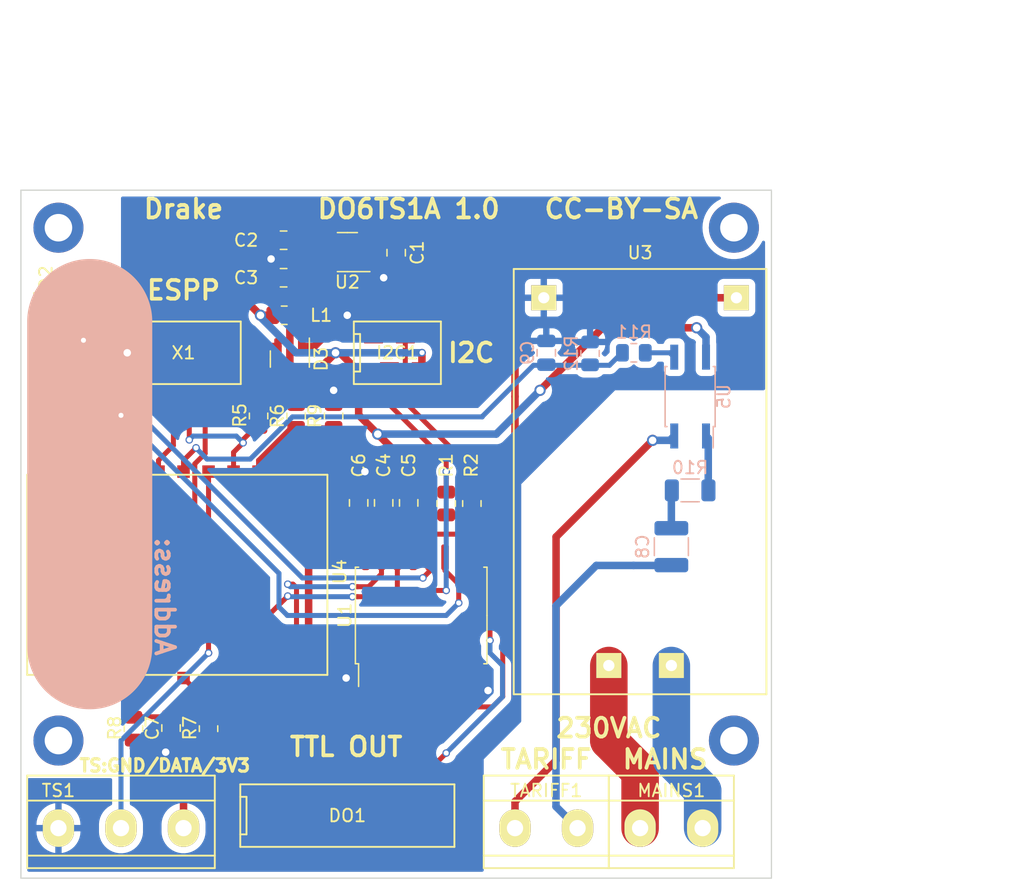
<source format=kicad_pcb>
(kicad_pcb (version 20211014) (generator pcbnew)
  (layers (0 "F.Cu" signal) (31 "B.Cu" signal) (34 "B.Paste" user) (35 "F.Paste" user) (36 "B.SilkS" user "B.Silkscreen") (37 "F.SilkS" user "F.Silkscreen") (38 "B.Mask" user) (39 "F.Mask" user) (44 "Edge.Cuts" user))
  (net 0 "")
  (net 1 "/5V")
  (net 2 "GND")
  (net 3 "Net-(C2-Pad1)")
  (net 4 "Net-(C3-Pad1)")
  (net 5 "VCC")
  (net 6 "/ESP/RESET")
  (net 7 "Net-(D2-Pad1)")
  (net 8 "Net-(DO1-Pad1)")
  (net 9 "Net-(DO1-Pad3)")
  (net 10 "Net-(DO1-Pad5)")
  (net 11 "Net-(DO1-Pad7)")
  (net 12 "Net-(DO1-Pad9)")
  (net 13 "Net-(DO1-Pad11)")
  (net 14 "/SCL")
  (net 15 "/SDA")
  (net 16 "/ESP/MAINS-2")
  (net 17 "/ESP/MAINS-1")
  (net 18 "/ESP/GPIO0")
  (net 19 "/ESP/GPIO2")
  (net 20 "/ESP/EN")
  (net 21 "/ESP/GPIO15")
  (net 22 "/ESP/GPIO4")
  (net 23 "/ESP/RX")
  (net 24 "/ESP/TX")
  (net 25 "Net-(D1-Pad1)")
  (net 26 "Net-(R3-Pad1)")
  (net 27 "Net-(R4-Pad1)")
  (net 28 "Net-(C8-Pad1)")
  (net 29 "Net-(C8-Pad2)")
  (net 30 "/TARIFF")
  (net 31 "Net-(R10-Pad1)")
  (net 32 "Net-(R11-Pad1)")
  (net 33 "Net-(TARIFF1-Pad1)")
  (net 34 "/ESP/3V3-PROG")
  (net 35 "Net-(D3-Pad3)")
  (net 37 "/ESP/ADC")
  (net 38 "/ESP/GPIO16")
  (net 39 "/ESP/GPIO13")
  (footprint "Drake:DG301-5.0-02" (layer "F.Cu") (at 119.5 136)
    (fp_text reference "TARIFF1" (at 2.5 -3) (layer "F.SilkS"))
    (fp_text value "Conn_01x02")
    (pad "1" thru_hole oval locked (at 0 0) (size 2.5 3) (drill 1.3) (layers *.Cu *.Mask "F.SilkS") (net 33 "Net-(TARIFF1-Pad1)"))
    (pad "2" thru_hole oval locked (at 5 0) (size 2.5 3) (drill 1.3) (layers *.Cu *.Mask "F.SilkS") (net 29 "Net-(C8-Pad2)"))
  )
  (footprint "Capacitor_SMD:C_0805_2012Metric" (layer "F.Cu") (at 110 90 -90)
    (fp_text reference "C1" (at 0 -1.68 90) (layer "F.SilkS"))
    (fp_text value "1u")
    (pad "1" smd roundrect locked (at -0.95 0 270) (size 1 1.45) (layers "F.Cu" "F.Paste" "F.Mask") (net 1 "/5V"))
    (pad "2" smd roundrect locked (at 0.95 0 270) (size 1 1.45) (layers "F.Cu" "F.Paste" "F.Mask") (net 2 "GND"))
  )
  (footprint "Capacitor_SMD:C_0805_2012Metric" (layer "F.Cu") (at 101 89 180)
    (fp_text reference "C2" (at 3 0) (layer "F.SilkS"))
    (fp_text value "22n")
    (pad "1" smd roundrect locked (at -0.95 0 180) (size 1 1.45) (layers "F.Cu" "F.Paste" "F.Mask") (net 3 "Net-(C2-Pad1)"))
    (pad "2" smd roundrect locked (at 0.95 0 180) (size 1 1.45) (layers "F.Cu" "F.Paste" "F.Mask") (net 2 "GND"))
  )
  (footprint "Capacitor_SMD:C_0805_2012Metric" (layer "F.Cu") (at 101 92 180)
    (fp_text reference "C3" (at 3 0) (layer "F.SilkS"))
    (fp_text value "1u")
    (pad "1" smd roundrect locked (at -0.95 0 180) (size 1 1.45) (layers "F.Cu" "F.Paste" "F.Mask") (net 4 "Net-(C3-Pad1)"))
    (pad "2" smd roundrect locked (at 0.95 0 180) (size 1 1.45) (layers "F.Cu" "F.Paste" "F.Mask") (net 2 "GND"))
  )
  (footprint "Capacitor_SMD:C_0805_2012Metric" (layer "F.Cu") (at 107 110 90)
    (fp_text reference "C6" (at 3 0 90) (layer "F.SilkS"))
    (fp_text value "100n")
    (pad "1" smd roundrect locked (at -0.95 0 90) (size 1 1.45) (layers "F.Cu" "F.Paste" "F.Mask") (net 5 "VCC"))
    (pad "2" smd roundrect locked (at 0.95 0 90) (size 1 1.45) (layers "F.Cu" "F.Paste" "F.Mask") (net 2 "GND"))
  )
  (footprint "Capacitor_SMD:C_0805_2012Metric" (layer "F.Cu") (at 92 128 90)
    (fp_text reference "C7" (at 0 -1.5 90) (layer "F.SilkS"))
    (fp_text value "100n")
    (pad "1" smd roundrect locked (at -0.95 0 90) (size 1 1.45) (layers "F.Cu" "F.Paste" "F.Mask") (net 2 "GND"))
    (pad "2" smd roundrect locked (at 0.95 0 90) (size 1 1.45) (layers "F.Cu" "F.Paste" "F.Mask") (net 6 "/ESP/RESET"))
  )
  (footprint "Capacitor_SMD:C_0805_2012Metric" (layer "F.Cu") (at 109 110 90)
    (fp_text reference "C4" (at 3 0 90) (layer "F.SilkS"))
    (fp_text value "47u")
    (pad "1" smd roundrect locked (at -0.95 0 90) (size 1 1.45) (layers "F.Cu" "F.Paste" "F.Mask") (net 5 "VCC"))
    (pad "2" smd roundrect locked (at 0.95 0 90) (size 1 1.45) (layers "F.Cu" "F.Paste" "F.Mask") (net 2 "GND"))
  )
  (footprint "Capacitor_SMD:C_0805_2012Metric" (layer "F.Cu") (at 111 110 90)
    (fp_text reference "C5" (at 3 0 90) (layer "F.SilkS"))
    (fp_text value "47u")
    (pad "1" smd roundrect locked (at -0.95 0 90) (size 1 1.45) (layers "F.Cu" "F.Paste" "F.Mask") (net 5 "VCC"))
    (pad "2" smd roundrect locked (at 0.95 0 90) (size 1 1.45) (layers "F.Cu" "F.Paste" "F.Mask") (net 2 "GND"))
  )
  (footprint "Package_TO_SOT_SMD:SOT-23" (layer "F.Cu") (at 101.5 98.5 -90)
    (fp_text reference "D3" (at 0 -2.5 90) (layer "F.SilkS"))
    (fp_text value "BAT54C")
    (pad "1" smd roundrect locked (at -0.9375 -0.95 270) (size 1.475 0.6) (layers "F.Cu" "F.Paste" "F.Mask") (net 4 "Net-(C3-Pad1)"))
    (pad "2" smd roundrect locked (at -0.9375 0.95 270) (size 1.475 0.6) (layers "F.Cu" "F.Paste" "F.Mask") (net 34 "/ESP/3V3-PROG"))
    (pad "3" smd roundrect locked (at 0.9375 0 270) (size 1.475 0.6) (layers "F.Cu" "F.Paste" "F.Mask") (net 35 "Net-(D3-Pad3)"))
  )
  (footprint "LED_SMD:LED_0805_2012Metric" (layer "F.Cu") (at 82 101 90)
    (fp_text reference "D1" (at -3 0 90) (layer "F.SilkS"))
    (fp_text value "LED")
    (pad "1" smd roundrect locked (at -0.9375 0 90) (size 0.975 1.4) (layers "F.Cu" "F.Paste" "F.Mask") (net 25 "Net-(D1-Pad1)"))
    (pad "2" smd roundrect locked (at 0.9375 0 90) (size 0.975 1.4) (layers "F.Cu" "F.Paste" "F.Mask") (net 5 "VCC"))
  )
  (footprint "LED_SMD:LED_0805_2012Metric" (layer "F.Cu") (at 82 94.9 -90)
    (fp_text reference "D2" (at -2.9 0 90) (layer "F.SilkS"))
    (fp_text value "LED")
    (pad "1" smd roundrect locked (at -0.9375 0 270) (size 0.975 1.4) (layers "F.Cu" "F.Paste" "F.Mask") (net 7 "Net-(D2-Pad1)"))
    (pad "2" smd roundrect locked (at 0.9375 0 270) (size 0.975 1.4) (layers "F.Cu" "F.Paste" "F.Mask") (net 5 "VCC"))
  )
  (footprint "Drake:Micro-Match-FOB-12" (layer "F.Cu") (at 106.095 135)
    (fp_text reference "DO1" (at 0 0) (layer "F.SilkS"))
    (fp_text value "Conn_02x06_Odd_Even")
    (pad "1" smd rect locked (at -6.985 -2.25) (size 1.5 3) (layers "F.Cu" "F.Paste" "F.Mask") (net 8 "Net-(DO1-Pad1)"))
    (pad "2" smd rect locked (at -5.715 2.25) (size 1.5 3) (layers "F.Cu" "F.Paste" "F.Mask") (net 1 "/5V"))
    (pad "3" smd rect locked (at -4.445 -2.25) (size 1.5 3) (layers "F.Cu" "F.Paste" "F.Mask") (net 9 "Net-(DO1-Pad3)"))
    (pad "4" smd rect locked (at -3.175 2.25) (size 1.5 3) (layers "F.Cu" "F.Paste" "F.Mask") (net 1 "/5V"))
    (pad "5" smd rect locked (at -1.905 -2.25) (size 1.5 3) (layers "F.Cu" "F.Paste" "F.Mask") (net 10 "Net-(DO1-Pad5)"))
    (pad "6" smd rect locked (at -0.635 2.25) (size 1.5 3) (layers "F.Cu" "F.Paste" "F.Mask") (net 1 "/5V"))
    (pad "7" smd rect locked (at 0.635 -2.25) (size 1.5 3) (layers "F.Cu" "F.Paste" "F.Mask") (net 11 "Net-(DO1-Pad7)"))
    (pad "8" smd rect locked (at 1.905 2.25) (size 1.5 3) (layers "F.Cu" "F.Paste" "F.Mask") (net 1 "/5V"))
    (pad "9" smd rect locked (at 3.175 -2.25) (size 1.5 3) (layers "F.Cu" "F.Paste" "F.Mask") (net 12 "Net-(DO1-Pad9)"))
    (pad "10" smd rect locked (at 4.445 2.25) (size 1.5 3) (layers "F.Cu" "F.Paste" "F.Mask") (net 1 "/5V"))
    (pad "11" smd rect locked (at 5.715 -2.25) (size 1.5 3) (layers "F.Cu" "F.Paste" "F.Mask") (net 13 "Net-(DO1-Pad11)"))
    (pad "12" smd rect locked (at 6.985 2.25) (size 1.5 3) (layers "F.Cu" "F.Paste" "F.Mask") (net 1 "/5V"))
  )
  (footprint "Drake:Micro-Match-FOB-4" (layer "F.Cu") (at 110.095 98)
    (fp_text reference "I2C1" (at 0 0) (layer "F.SilkS"))
    (fp_text value "I2C")
    (pad "1" smd rect locked (at -1.905 -2.25) (size 1.5 3) (layers "F.Cu" "F.Paste" "F.Mask") (net 2 "GND"))
    (pad "2" smd rect locked (at -0.635 2.25) (size 1.5 3) (layers "F.Cu" "F.Paste" "F.Mask") (net 14 "/SCL"))
    (pad "3" smd rect locked (at 0.635 -2.25) (size 1.5 3) (layers "F.Cu" "F.Paste" "F.Mask") (net 15 "/SDA"))
    (pad "4" smd rect locked (at 1.905 2.25) (size 1.5 3) (layers "F.Cu" "F.Paste" "F.Mask") (net 5 "VCC"))
  )
  (footprint "Resistor_SMD:R_0805_2012Metric" (layer "F.Cu") (at 101.05 95)
    (fp_text reference "L1" (at 2.95 0) (layer "F.SilkS"))
    (fp_text value "Ferrite bead")
    (pad "1" smd roundrect locked (at -0.9125 0) (size 1.025 1.4) (layers "F.Cu" "F.Paste" "F.Mask") (roundrect_rratio 0.243902439) (net 5 "VCC"))
    (pad "2" smd roundrect locked (at 0.9125 0) (size 1.025 1.4) (layers "F.Cu" "F.Paste" "F.Mask") (roundrect_rratio 0.243902439) (net 35 "Net-(D3-Pad3)"))
  )
  (footprint "Drake:DG301-5.0-02" (layer "F.Cu") (at 129.5 136)
    (fp_text reference "MAINS1" (at 2.5 -3) (layer "F.SilkS"))
    (fp_text value "Conn_01x02")
    (pad "1" thru_hole oval locked (at 0 0) (size 2.5 3) (drill 1.3) (layers *.Cu *.Mask "F.SilkS") (net 16 "/ESP/MAINS-2"))
    (pad "2" thru_hole oval locked (at 5 0) (size 2.5 3) (drill 1.3) (layers *.Cu *.Mask "F.SilkS") (net 17 "/ESP/MAINS-1"))
  )
  (footprint "Resistor_SMD:R_0805_2012Metric" (layer "F.Cu") (at 114 110.05 -90)
    (fp_text reference "R1" (at -3.05 0 90) (layer "F.SilkS"))
    (fp_text value "10k")
    (pad "1" smd roundrect locked (at -0.9125 0 270) (size 1.025 1.4) (layers "F.Cu" "F.Paste" "F.Mask") (roundrect_rratio 0.243902439) (net 14 "/SCL"))
    (pad "2" smd roundrect locked (at 0.9125 0 270) (size 1.025 1.4) (layers "F.Cu" "F.Paste" "F.Mask") (roundrect_rratio 0.243902439) (net 5 "VCC"))
  )
  (footprint "Resistor_SMD:R_0805_2012Metric" (layer "F.Cu") (at 85 101 -90)
    (fp_text reference "R3" (at 3 0 90) (layer "F.SilkS"))
    (fp_text value "270R")
    (pad "1" smd roundrect locked (at -0.9125 0 270) (size 1.025 1.4) (layers "F.Cu" "F.Paste" "F.Mask") (roundrect_rratio 0.243902439) (net 26 "Net-(R3-Pad1)"))
    (pad "2" smd roundrect locked (at 0.9125 0 270) (size 1.025 1.4) (layers "F.Cu" "F.Paste" "F.Mask") (roundrect_rratio 0.243902439) (net 25 "Net-(D1-Pad1)"))
  )
  (footprint "Resistor_SMD:R_0805_2012Metric" (layer "F.Cu") (at 116.05 110.05 90)
    (fp_text reference "R2" (at 3.05 -0.05 90) (layer "F.SilkS"))
    (fp_text value "10k")
    (pad "1" smd roundrect locked (at -0.9125 0 90) (size 1.025 1.4) (layers "F.Cu" "F.Paste" "F.Mask") (roundrect_rratio 0.243902439) (net 5 "VCC"))
    (pad "2" smd roundrect locked (at 0.9125 0 90) (size 1.025 1.4) (layers "F.Cu" "F.Paste" "F.Mask") (roundrect_rratio 0.243902439) (net 15 "/SDA"))
  )
  (footprint "Resistor_SMD:R_0805_2012Metric" (layer "F.Cu") (at 85 95 90)
    (fp_text reference "R4" (at 3 0 90) (layer "F.SilkS"))
    (fp_text value "270R")
    (pad "1" smd roundrect locked (at -0.9125 0 90) (size 1.025 1.4) (layers "F.Cu" "F.Paste" "F.Mask") (roundrect_rratio 0.243902439) (net 27 "Net-(R4-Pad1)"))
    (pad "2" smd roundrect locked (at 0.9125 0 90) (size 1.025 1.4) (layers "F.Cu" "F.Paste" "F.Mask") (roundrect_rratio 0.243902439) (net 7 "Net-(D2-Pad1)"))
  )
  (footprint "Resistor_SMD:R_0805_2012Metric" (layer "F.Cu") (at 99 103.05 90)
    (fp_text reference "R5" (at 0.05 -1.5 90) (layer "F.SilkS"))
    (fp_text value "10k")
    (pad "1" smd roundrect locked (at -0.9125 0 90) (size 1.025 1.4) (layers "F.Cu" "F.Paste" "F.Mask") (roundrect_rratio 0.243902439) (net 18 "/ESP/GPIO0"))
    (pad "2" smd roundrect locked (at 0.9125 0 90) (size 1.025 1.4) (layers "F.Cu" "F.Paste" "F.Mask") (roundrect_rratio 0.243902439) (net 5 "VCC"))
  )
  (footprint "Resistor_SMD:R_0805_2012Metric" (layer "F.Cu") (at 102 103.05 90)
    (fp_text reference "R6" (at 0 -1.5 90) (layer "F.SilkS"))
    (fp_text value "10k")
    (pad "1" smd roundrect locked (at -0.9125 0 90) (size 1.025 1.4) (layers "F.Cu" "F.Paste" "F.Mask") (roundrect_rratio 0.243902439) (net 19 "/ESP/GPIO2"))
    (pad "2" smd roundrect locked (at 0.9125 0 90) (size 1.025 1.4) (layers "F.Cu" "F.Paste" "F.Mask") (roundrect_rratio 0.243902439) (net 5 "VCC"))
  )
  (footprint "Resistor_SMD:R_0805_2012Metric" (layer "F.Cu") (at 95 128.05 -90)
    (fp_text reference "R7" (at -0.05 1.5 90) (layer "F.SilkS"))
    (fp_text value "10k")
    (pad "1" smd roundrect locked (at -0.9125 0 270) (size 1.025 1.4) (layers "F.Cu" "F.Paste" "F.Mask") (roundrect_rratio 0.243902439) (net 20 "/ESP/EN"))
    (pad "2" smd roundrect locked (at 0.9125 0 270) (size 1.025 1.4) (layers "F.Cu" "F.Paste" "F.Mask") (roundrect_rratio 0.243902439) (net 5 "VCC"))
  )
  (footprint "Resistor_SMD:R_0805_2012Metric" (layer "F.Cu") (at 89 128.05 -90)
    (fp_text reference "R8" (at -0.05 1.5 90) (layer "F.SilkS"))
    (fp_text value "10k")
    (pad "1" smd roundrect locked (at -0.9125 0 270) (size 1.025 1.4) (layers "F.Cu" "F.Paste" "F.Mask") (roundrect_rratio 0.243902439) (net 6 "/ESP/RESET"))
    (pad "2" smd roundrect locked (at 0.9125 0 270) (size 1.025 1.4) (layers "F.Cu" "F.Paste" "F.Mask") (roundrect_rratio 0.243902439) (net 5 "VCC"))
  )
  (footprint "Resistor_SMD:R_0805_2012Metric" (layer "F.Cu") (at 105 103.05 90)
    (fp_text reference "R9" (at 0 -1.5 90) (layer "F.SilkS"))
    (fp_text value "10k")
    (pad "1" smd roundrect locked (at -0.9125 0 90) (size 1.025 1.4) (layers "F.Cu" "F.Paste" "F.Mask") (roundrect_rratio 0.243902439) (net 21 "/ESP/GPIO15"))
    (pad "2" smd roundrect locked (at 0.9125 0 90) (size 1.025 1.4) (layers "F.Cu" "F.Paste" "F.Mask") (roundrect_rratio 0.243902439) (net 2 "GND"))
  )
  (footprint "Drake:DG301-5.0-03" (layer "F.Cu") (at 83 136)
    (fp_text reference "TS1" (at 0 -3) (layer "F.SilkS"))
    (fp_text value "Conn_01x03")
    (pad "1" thru_hole oval locked (at 0 0) (size 2.5 3) (drill 1.3) (layers *.Cu *.Mask "F.SilkS") (net 2 "GND"))
    (pad "2" thru_hole oval locked (at 5 0) (size 2.5 3) (drill 1.3) (layers *.Cu *.Mask "F.SilkS") (net 22 "/ESP/GPIO4"))
    (pad "3" thru_hole oval locked (at 10 0) (size 2.5 3) (drill 1.3) (layers *.Cu *.Mask "F.SilkS") (net 5 "VCC"))
  )
  (footprint "Package_TO_SOT_SMD:SOT-23-5" (layer "F.Cu") (at 106.1 89.95 180)
    (fp_text reference "U2" (at 0 -2.4 180) (layer "F.SilkS"))
    (fp_text value "RT9193")
    (pad "1" smd roundrect locked (at -1.1375 -0.95 180) (size 1.325 0.6) (layers "F.Cu" "F.Paste" "F.Mask") (net 1 "/5V"))
    (pad "2" smd roundrect locked (at -1.1375 0 180) (size 1.325 0.6) (layers "F.Cu" "F.Paste" "F.Mask") (net 2 "GND"))
    (pad "3" smd roundrect locked (at -1.1375 0.95 180) (size 1.325 0.6) (layers "F.Cu" "F.Paste" "F.Mask") (net 1 "/5V"))
    (pad "4" smd roundrect locked (at 1.1375 0.95 180) (size 1.325 0.6) (layers "F.Cu" "F.Paste" "F.Mask") (net 3 "Net-(C2-Pad1)"))
    (pad "5" smd roundrect locked (at 1.1375 -0.95 180) (size 1.325 0.6) (layers "F.Cu" "F.Paste" "F.Mask") (net 4 "Net-(C3-Pad1)"))
  )
  (footprint "Drake:HLK-PM01" (layer "F.Cu") (at 129.5 108.3 90)
    (fp_text reference "U3" (at 18.3 0 180) (layer "F.SilkS"))
    (fp_text value "HLK-PM01")
    (pad "1" thru_hole rect locked (at -14.7 -2.5 90) (size 2 2) (drill 0.9) (layers *.Cu *.Mask "F.SilkS") (net 16 "/ESP/MAINS-2"))
    (pad "2" thru_hole rect locked (at -14.7 2.5 90) (size 2 2) (drill 0.9) (layers *.Cu *.Mask "F.SilkS") (net 17 "/ESP/MAINS-1"))
    (pad "3" thru_hole rect locked (at 14.7 -7.7 90) (size 2 2) (drill 0.9) (layers *.Cu *.Mask "F.SilkS") (net 2 "GND"))
    (pad "4" thru_hole rect locked (at 14.7 7.7 90) (size 2 2) (drill 0.9) (layers *.Cu *.Mask "F.SilkS") (net 1 "/5V"))
  )
  (footprint "Package_SO:SOIC-16W_7.5x10.3mm_P1.27mm" (layer "F.Cu") (at 112 119 90)
    (fp_text reference "U1" (at 0 -6.1 90) (layer "F.SilkS"))
    (fp_text value "PCF8574")
    (pad "1" smd roundrect locked (at -4.65 -4.445 90) (size 2.05 0.6) (layers "F.Cu" "F.Paste" "F.Mask") (net 2 "GND"))
    (pad "2" smd roundrect locked (at -4.65 -3.175 90) (size 2.05 0.6) (layers "F.Cu" "F.Paste" "F.Mask") (net 2 "GND"))
    (pad "3" smd roundrect locked (at -4.65 -1.905 90) (size 2.05 0.6) (layers "F.Cu" "F.Paste" "F.Mask") (net 2 "GND"))
    (pad "4" smd roundrect locked (at -4.65 -0.635 90) (size 2.05 0.6) (layers "F.Cu" "F.Paste" "F.Mask") (net 8 "Net-(DO1-Pad1)"))
    (pad "5" smd roundrect locked (at -4.65 0.635 90) (size 2.05 0.6) (layers "F.Cu" "F.Paste" "F.Mask") (net 9 "Net-(DO1-Pad3)"))
    (pad "6" smd roundrect locked (at -4.65 1.905 90) (size 2.05 0.6) (layers "F.Cu" "F.Paste" "F.Mask") (net 10 "Net-(DO1-Pad5)"))
    (pad "7" smd roundrect locked (at -4.65 3.175 90) (size 2.05 0.6) (layers "F.Cu" "F.Paste" "F.Mask") (net 11 "Net-(DO1-Pad7)"))
    (pad "8" smd roundrect locked (at -4.65 4.445 90) (size 2.05 0.6) (layers "F.Cu" "F.Paste" "F.Mask") (net 2 "GND"))
    (pad "9" smd roundrect locked (at 4.65 4.445 90) (size 2.05 0.6) (layers "F.Cu" "F.Paste" "F.Mask") (net 12 "Net-(DO1-Pad9)"))
    (pad "10" smd roundrect locked (at 4.65 3.175 90) (size 2.05 0.6) (layers "F.Cu" "F.Paste" "F.Mask") (net 13 "Net-(DO1-Pad11)"))
    (pad "11" smd roundrect locked (at 4.65 1.905 90) (size 2.05 0.6) (layers "F.Cu" "F.Paste" "F.Mask") (net 26 "Net-(R3-Pad1)"))
    (pad "12" smd roundrect locked (at 4.65 0.635 90) (size 2.05 0.6) (layers "F.Cu" "F.Paste" "F.Mask") (net 27 "Net-(R4-Pad1)"))
    (pad "13" smd roundrect locked (at 4.65 -0.635 90) (size 2.05 0.6) (layers "F.Cu" "F.Paste" "F.Mask"))
    (pad "14" smd roundrect locked (at 4.65 -1.905 90) (size 2.05 0.6) (layers "F.Cu" "F.Paste" "F.Mask") (net 14 "/SCL"))
    (pad "15" smd roundrect locked (at 4.65 -3.175 90) (size 2.05 0.6) (layers "F.Cu" "F.Paste" "F.Mask") (net 15 "/SDA"))
    (pad "16" smd roundrect locked (at 4.65 -4.445 90) (size 2.05 0.6) (layers "F.Cu" "F.Paste" "F.Mask") (net 5 "VCC"))
  )
  (footprint "Drake:ESP-12" (layer "F.Cu") (at 104.5 115.75 90)
    (fp_text reference "U4" (at 0.25 1 270) (layer "F.SilkS"))
    (fp_text value "ESP-12")
    (pad "1" smd rect locked (at -8.25 -15.5 90) (size 1 1) (layers "F.Cu" "F.Paste" "F.Mask") (net 6 "/ESP/RESET"))
    (pad "2" smd rect locked (at -8.25 -13.5 90) (size 1 1) (layers "F.Cu" "F.Paste" "F.Mask") (net 37 "/ESP/ADC"))
    (pad "3" smd rect locked (at -8.25 -11.5 90) (size 1 1) (layers "F.Cu" "F.Paste" "F.Mask") (net 20 "/ESP/EN"))
    (pad "4" smd rect locked (at -8.25 -9.5 90) (size 1 1) (layers "F.Cu" "F.Paste" "F.Mask") (net 38 "/ESP/GPIO16"))
    (pad "5" smd rect locked (at -8.25 -7.5 90) (size 1 1) (layers "F.Cu" "F.Paste" "F.Mask") (net 14 "/SCL"))
    (pad "6" smd rect locked (at -8.25 -5.5 90) (size 1 1) (layers "F.Cu" "F.Paste" "F.Mask") (net 15 "/SDA"))
    (pad "7" smd rect locked (at -8.25 -3.5 90) (size 1 1) (layers "F.Cu" "F.Paste" "F.Mask") (net 39 "/ESP/GPIO13"))
    (pad "8" smd rect locked (at -8.25 -1.5 90) (size 1 1) (layers "F.Cu" "F.Paste" "F.Mask") (net 5 "VCC"))
    (pad "9" smd rect locked (at 8.25 -1.5 90) (size 1 1) (layers "F.Cu" "F.Paste" "F.Mask") (net 2 "GND"))
    (pad "10" smd rect locked (at 8.25 -3.5 90) (size 1 1) (layers "F.Cu" "F.Paste" "F.Mask") (net 21 "/ESP/GPIO15"))
    (pad "11" smd rect locked (at 8.25 -5.5 90) (size 1 1) (layers "F.Cu" "F.Paste" "F.Mask") (net 19 "/ESP/GPIO2"))
    (pad "12" smd rect locked (at 8.25 -7.5 90) (size 1 1) (layers "F.Cu" "F.Paste" "F.Mask") (net 18 "/ESP/GPIO0"))
    (pad "13" smd rect locked (at 8.25 -9.5 90) (size 1 1) (layers "F.Cu" "F.Paste" "F.Mask") (net 22 "/ESP/GPIO4"))
    (pad "14" smd rect locked (at 8.25 -11.5 90) (size 1 1) (layers "F.Cu" "F.Paste" "F.Mask") (net 30 "/TARIFF"))
    (pad "15" smd rect locked (at 8.25 -13.5 90) (size 1 1) (layers "F.Cu" "F.Paste" "F.Mask") (net 23 "/ESP/RX"))
    (pad "16" smd rect locked (at 8.25 -15.5 90) (size 1 1) (layers "F.Cu" "F.Paste" "F.Mask") (net 24 "/ESP/TX"))
  )
  (footprint "Drake:Micro-Match-FOB-6" (layer "F.Cu") (at 92.825 98)
    (fp_text reference "X1" (at 0.175 0) (layer "F.SilkS"))
    (fp_text value "ESP-PROG")
    (pad "1" smd rect locked (at -3.175 -2.25) (size 1.5 3) (layers "F.Cu" "F.Paste" "F.Mask") (net 2 "GND"))
    (pad "2" smd rect locked (at -1.905 2.25) (size 1.5 3) (layers "F.Cu" "F.Paste" "F.Mask") (net 24 "/ESP/TX"))
    (pad "3" smd rect locked (at -0.635 -2.25) (size 1.5 3) (layers "F.Cu" "F.Paste" "F.Mask") (net 23 "/ESP/RX"))
    (pad "4" smd rect locked (at 0.635 2.25) (size 1.5 3) (layers "F.Cu" "F.Paste" "F.Mask") (net 18 "/ESP/GPIO0"))
    (pad "5" smd rect locked (at 1.905 -2.25) (size 1.5 3) (layers "F.Cu" "F.Paste" "F.Mask") (net 6 "/ESP/RESET"))
    (pad "6" smd rect locked (at 3.175 2.25) (size 1.5 3) (layers "F.Cu" "F.Paste" "F.Mask") (net 34 "/ESP/3V3-PROG"))
  )
  (footprint "Resistor_SMD:R_0805_2012Metric" (layer "B.Cu") (at 129 98 180)
    (fp_text reference "R11" (at 0 1.65) (layer "B.SilkS") (effects (justify mirror)))
    (fp_text value "1k5")
    (pad "1" smd roundrect locked (at -0.9125 0 180) (size 1.025 1.4) (layers "B.Cu" "B.Paste" "B.Mask") (roundrect_rratio 0.243902439) (net 32 "Net-(R11-Pad1)"))
    (pad "2" smd roundrect locked (at 0.9125 0 180) (size 1.025 1.4) (layers "B.Cu" "B.Paste" "B.Mask") (roundrect_rratio 0.243902439) (net 30 "/TARIFF"))
  )
  (footprint "Resistor_SMD:R_0805_2012Metric" (layer "B.Cu") (at 125.5 98.05 90)
    (fp_text reference "R12" (at 0 -1.5 90) (layer "B.SilkS") (effects (justify mirror)))
    (fp_text value "56k")
    (pad "1" smd roundrect locked (at -0.9125 0 90) (size 1.025 1.4) (layers "B.Cu" "B.Paste" "B.Mask") (roundrect_rratio 0.243902439) (net 30 "/TARIFF"))
    (pad "2" smd roundrect locked (at 0.9125 0 90) (size 1.025 1.4) (layers "B.Cu" "B.Paste" "B.Mask") (roundrect_rratio 0.243902439) (net 2 "GND"))
  )
  (footprint "Package_SO:SO-4_4.4x3.6mm_P2.54mm" (layer "B.Cu") (at 133.5 101.5 90)
    (fp_text reference "U5" (at 0 2.7 90) (layer "B.SilkS") (effects (justify mirror)))
    (fp_text value "LTV-354T")
    (pad "1" smd rect locked (at -3.15 1.27 90) (size 2 0.64) (layers "B.Cu" "B.Paste" "B.Mask") (net 31 "Net-(R10-Pad1)"))
    (pad "2" smd rect locked (at -3.15 -1.27 90) (size 2 0.64) (layers "B.Cu" "B.Paste" "B.Mask") (net 33 "Net-(TARIFF1-Pad1)"))
    (pad "3" smd rect locked (at 3.15 -1.27 90) (size 2 0.64) (layers "B.Cu" "B.Paste" "B.Mask") (net 32 "Net-(R11-Pad1)"))
    (pad "4" smd rect locked (at 3.15 1.27 90) (size 2 0.64) (layers "B.Cu" "B.Paste" "B.Mask") (net 5 "VCC"))
  )
  (footprint "Capacitor_SMD:C_1210_3225Metric" (layer "B.Cu") (at 132 113.5 -90)
    (fp_text reference "C8" (at 0 2.3 90) (layer "B.SilkS") (effects (justify mirror)))
    (fp_text value "100n")
    (pad "1" smd roundrect locked (at -1.475 0 270) (size 1.15 2.7) (layers "B.Cu" "B.Paste" "B.Mask") (roundrect_rratio 0.2173913043) (net 28 "Net-(C8-Pad1)"))
    (pad "2" smd roundrect locked (at 1.475 0 270) (size 1.15 2.7) (layers "B.Cu" "B.Paste" "B.Mask") (roundrect_rratio 0.2173913043) (net 29 "Net-(C8-Pad2)"))
  )
  (footprint "Capacitor_SMD:C_0805_2012Metric" (layer "B.Cu") (at 122 98 -90)
    (fp_text reference "C9" (at 0 1.5 90) (layer "B.SilkS") (effects (justify mirror)))
    (fp_text value "1u")
    (pad "1" smd roundrect locked (at -0.95 0 270) (size 1 1.45) (layers "B.Cu" "B.Paste" "B.Mask") (net 2 "GND"))
    (pad "2" smd roundrect locked (at 0.95 0 270) (size 1 1.45) (layers "B.Cu" "B.Paste" "B.Mask") (net 30 "/TARIFF"))
  )
  (footprint "Resistor_SMD:R_1206_3216Metric" (layer "B.Cu") (at 133.5 109 180)
    (fp_text reference "R10" (at 0 1.82) (layer "B.SilkS") (effects (justify mirror)))
    (fp_text value "1k5")
    (pad "1" smd roundrect locked (at -1.4625 0 180) (size 1.125 1.75) (layers "B.Cu" "B.Paste" "B.Mask") (roundrect_rratio 0.2222222222) (net 31 "Net-(R10-Pad1)"))
    (pad "2" smd roundrect locked (at 1.4625 0 180) (size 1.125 1.75) (layers "B.Cu" "B.Paste" "B.Mask") (roundrect_rratio 0.2222222222) (net 28 "Net-(C8-Pad1)"))
  )
  (gr_line (start 85.5 121.5) (end 85.5 95.5) (layer "B.SilkS") (width 10))
  (gr_line (start 80 85) (end 140 85) (layer "Edge.Cuts") (width 0.1))
  (gr_line (start 140 140) (end 80 140) (layer "Edge.Cuts") (width 0.1))
  (gr_line (start 80 140) (end 80 85) (layer "Edge.Cuts") (width 0.1))
  (gr_line (start 140 85) (end 140 140) (layer "Edge.Cuts") (width 0.1))
  (gr_text "Address:" (at 91.5 117.5 270) (layer "B.SilkS") (effects (font (size 1.5 1.5) (thickness 0.3)) (justify mirror)))
  (gr_text "MAINS" (at 131.5 130.5) (layer "F.SilkS") (effects (font (size 1.5 1.5) (thickness 0.3))))
  (gr_text "Drake" (at 93 86.5) (layer "F.SilkS") (effects (font (size 1.5 1.5) (thickness 0.3))))
  (gr_text "230VAC" (at 127 128) (layer "F.SilkS") (effects (font (size 1.5 1.5) (thickness 0.3))))
  (gr_text "ESPP" (at 93 93) (layer "F.SilkS") (effects (font (size 1.5 1.5) (thickness 0.3))))
  (gr_text "I2C" (at 116 98) (layer "F.SilkS") (effects (font (size 1.5 1.5) (thickness 0.3))))
  (gr_text "TARIFF" (at 122 130.5) (layer "F.SilkS") (effects (font (size 1.5 1.5) (thickness 0.3))))
  (gr_text "TTL OUT" (at 106 129.5) (layer "F.SilkS") (effects (font (size 1.5 1.5) (thickness 0.3))))
  (gr_text "CC-BY-SA" (at 128 86.5) (layer "F.SilkS") (effects (font (size 1.5 1.5) (thickness 0.3))))
  (gr_text "DO6TS1A 1.0" (at 111 86.5) (layer "F.SilkS") (effects (font (size 1.5 1.5) (thickness 0.3))))
  (gr_text "TS:GND/DATA/3V3" (at 91.5 131) (layer "F.SilkS") (effects (font (size 1 1) (thickness 0.25))))
  (via (at 137 88) (size 4) (drill 2.2) (layers "F.Cu" "B.Cu") (net 0))
  (via (at 83 129) (size 4) (drill 2.2) (layers "F.Cu" "B.Cu") (net 0))
  (via (at 83 88) (size 4) (drill 2.2) (layers "F.Cu" "B.Cu") (net 0))
  (via (at 137 129) (size 4) (drill 2.2) (layers "F.Cu" "B.Cu") (net 0))
  (segment (start 116.840662 129.714453) (end 119.5 127.055115) (width 0.6) (layer "F.Cu") (net 1))
  (segment (start 105.46 137.25) (end 102.92 137.25) (width 0.6) (layer "F.Cu") (net 1))
  (segment (start 113.08 137.25) (end 113.08 133.42) (width 0.6) (layer "F.Cu") (net 1))
  (segment (start 106.169999 90.675001) (end 106.394998 90.9) (width 0.6) (layer "F.Cu") (net 1))
  (segment (start 113.08 133.42) (end 116.785547 129.714453) (width 0.6) (layer "F.Cu") (net 1))
  (segment (start 107.2 89) (end 106.394998 89) (width 0.6) (layer "F.Cu") (net 1))
  (segment (start 135.6 93.6) (end 137.2 93.6) (width 0.6) (layer "F.Cu") (net 1))
  (segment (start 116.785547 129.714453) (end 116.840662 129.714453) (width 0.6) (layer "F.Cu") (net 1))
  (segment (start 110 89) (end 107.2 89) (width 0.6) (layer "F.Cu") (net 1))
  (segment (start 102.92 137.25) (end 100.38 137.25) (width 0.6) (layer "F.Cu") (net 1))
  (segment (start 113.08 137.25) (end 110.54 137.25) (width 0.6) (layer "F.Cu") (net 1))
  (segment (start 113 89) (end 110 89) (width 0.6) (layer "F.Cu") (net 1))
  (segment (start 106.394998 90.9) (end 107.2 90.9) (width 0.6) (layer "F.Cu") (net 1))
  (segment (start 106.169999 89.224999) (end 106.169999 90.675001) (width 0.6) (layer "F.Cu") (net 1))
  (segment (start 113 89) (end 119.5 89) (width 0.6) (layer "F.Cu") (net 1))
  (segment (start 119.5 89) (end 131 89) (width 0.6) (layer "F.Cu") (net 1))
  (segment (start 131 89) (end 135.6 93.6) (width 0.6) (layer "F.Cu") (net 1))
  (segment (start 119.5 101.5) (end 119.5 89) (width 0.6) (layer "F.Cu") (net 1))
  (segment (start 106.394998 89) (end 106.169999 89.224999) (width 0.6) (layer "F.Cu") (net 1))
  (segment (start 110.54 137.25) (end 108 137.25) (width 0.6) (layer "F.Cu") (net 1))
  (segment (start 119.5 127.055115) (end 119.5 101.5) (width 0.6) (layer "F.Cu") (net 1))
  (segment (start 108 137.25) (end 105.46 137.25) (width 0.6) (layer "F.Cu") (net 1))
  (segment (start 107 109) (end 107.5 108.5) (width 0.6) (layer "F.Cu") (net 2))
  (segment (start 109 91) (end 109 92) (width 0.6) (layer "F.Cu") (net 2))
  (segment (start 116.445 124.1) (end 117.345 125) (width 0.6) (layer "F.Cu") (net 2))
  (segment (start 100 90.5) (end 100 89) (width 0.6) (layer "F.Cu") (net 2))
  (segment (start 110.095 123.65) (end 108.825 123.65) (width 0.6) (layer "F.Cu") (net 2))
  (segment (start 109 109) (end 111 109) (width 0.6) (layer "F.Cu") (net 2))
  (segment (start 108.19 95.75) (end 106.84 95.75) (width 0.6) (layer "F.Cu") (net 2))
  (segment (start 108.825 123.65) (end 107.555 123.65) (width 0.6) (layer "F.Cu") (net 2))
  (segment (start 106.35 123.65) (end 106 124) (width 0.6) (layer "F.Cu") (net 2))
  (segment (start 107.2 89.95) (end 108.33 89.95) (width 0.6) (layer "F.Cu") (net 2))
  (segment (start 89.65 95.75) (end 89.65 97.85) (width 0.6) (layer "F.Cu") (net 2))
  (segment (start 92 129) (end 92.021758 129.021758) (width 0.6) (layer "F.Cu") (net 2))
  (segment (start 89.65 97.85) (end 89.5 98) (width 0.6) (layer "F.Cu") (net 2))
  (segment (start 92.021758 129.021758) (end 92.021758 129.478242) (width 0.6) (layer "F.Cu") (net 2))
  (segment (start 103 107.5) (end 105.5 107.5) (width 0.6) (layer "F.Cu") (net 2))
  (segment (start 105.5 107.5) (end 107 109) (width 0.6) (layer "F.Cu") (net 2))
  (segment (start 92.021758 129.478242) (end 91.571759 129.928241) (width 0.6) (layer "F.Cu") (net 2))
  (segment (start 105 102.1) (end 105 101) (width 0.6) (layer "F.Cu") (net 2))
  (segment (start 107.5 108.5) (end 107.5 107.5) (width 0.6) (layer "F.Cu") (net 2))
  (segment (start 106.84 95.75) (end 106.09 95) (width 0.6) (layer "F.Cu") (net 2))
  (segment (start 116.445 123.65) (end 116.445 124.1) (width 0.6) (layer "F.Cu") (net 2))
  (segment (start 108.33 89.95) (end 109 90.62) (width 0.6) (layer "F.Cu") (net 2))
  (segment (start 109 90.62) (end 109 91) (width 0.6) (layer "F.Cu") (net 2))
  (segment (start 107.555 123.65) (end 106.35 123.65) (width 0.6) (layer "F.Cu") (net 2))
  (segment (start 100 92) (end 100 90.5) (width 0.6) (layer "F.Cu") (net 2))
  (segment (start 107 109) (end 109 109) (width 0.6) (layer "F.Cu") (net 2))
  (segment (start 110 91) (end 109 91) (width 0.6) (layer "F.Cu") (net 2))
  (segment (start 89.5 98) (end 88.5 98) (width 0.6) (layer "F.Cu") (net 2))
  (via (at 88.5 98) (size 0.9) (drill 0.6) (layers "F.Cu" "B.Cu") (net 2))
  (via (at 117.345 125) (size 0.9) (drill 0.6) (layers "F.Cu" "B.Cu") (net 2))
  (via (at 106 124) (size 0.9) (drill 0.6) (layers "F.Cu" "B.Cu") (net 2))
  (via (at 91.571759 129.928241) (size 0.9) (drill 0.6) (layers "F.Cu" "B.Cu") (net 2))
  (via (at 106.09 95) (size 0.9) (drill 0.6) (layers "F.Cu" "B.Cu") (net 2))
  (via (at 109 92) (size 0.9) (drill 0.6) (layers "F.Cu" "B.Cu") (net 2))
  (via (at 105 101) (size 0.9) (drill 0.6) (layers "F.Cu" "B.Cu") (net 2))
  (via (at 100 90.5) (size 0.9) (drill 0.6) (layers "F.Cu" "B.Cu") (net 2))
  (via (at 107.5 107.5) (size 0.9) (drill 0.6) (layers "F.Cu" "B.Cu") (net 2))
  (segment (start 105 89) (end 102 89) (width 0.6) (layer "F.Cu") (net 3))
  (segment (start 103.1 90.9) (end 102 92) (width 0.6) (layer "F.Cu") (net 4))
  (segment (start 104 90.9) (end 103.1 90.9) (width 0.6) (layer "F.Cu") (net 4))
  (segment (start 103.45 97.5) (end 104 96.95) (width 0.6) (layer "F.Cu") (net 4))
  (segment (start 102.45 97.5) (end 103.45 97.5) (width 0.6) (layer "F.Cu") (net 4))
  (segment (start 104 96.95) (end 104 90.9) (width 0.6) (layer "F.Cu") (net 4))
  (segment (start 105 90.9) (end 104 90.9) (width 0.6) (layer "F.Cu") (net 4))
  (segment (start 112.058076 100.191924) (end 112 100.25) (width 0.6) (layer "F.Cu") (net 5))
  (segment (start 103 124) (end 103 114.875) (width 0.6) (layer "F.Cu") (net 5))
  (segment (start 89 129) (end 89 129.615718) (width 0.6) (layer "F.Cu") (net 5))
  (segment (start 114 111) (end 112.5 111) (width 0.6) (layer "F.Cu") (net 5))
  (segment (start 112.5 111) (end 111 111) (width 0.6) (layer "F.Cu") (net 5))
  (segment (start 82 98) (end 82 99.9) (width 0.6) (layer "F.Cu") (net 5))
  (segment (start 116.05 111) (end 114 111) (width 0.6) (layer "F.Cu") (net 5))
  (segment (start 93 136) (end 93 130.7) (width 0.6) (layer "F.Cu") (net 5))
  (segment (start 112.058076 97.989246) (end 112.058076 100.191924) (width 0.6) (layer "F.Cu") (net 5))
  (segment (start 93 130.7) (end 94.7 129) (width 0.6) (layer "F.Cu") (net 5))
  (segment (start 102 102.1) (end 102 101.15) (width 0.6) (layer "F.Cu") (net 5))
  (segment (start 88 92) (end 96.15 92) (width 0.6) (layer "F.Cu") (net 5))
  (segment (start 108.525002 104.5) (end 112.5 108.474998) (width 0.6) (layer "F.Cu") (net 5))
  (segment (start 103 114.875) (end 106.875 111) (width 0.6) (layer "F.Cu") (net 5))
  (segment (start 109 111) (end 111 111) (width 0.6) (layer "F.Cu") (net 5))
  (segment (start 107.555 114.35) (end 107.555 111.555) (width 0.6) (layer "F.Cu") (net 5))
  (segment (start 107 111) (end 109 111) (width 0.6) (layer "F.Cu") (net 5))
  (segment (start 105.15 98) (end 105.5 98) (width 0.6) (layer "F.Cu") (net 5))
  (segment (start 106.875 111) (end 107 111) (width 0.6) (layer "F.Cu") (net 5))
  (segment (start 99.1 129) (end 96.25 129) (width 0.6) (layer "F.Cu") (net 5))
  (segment (start 82 98) (end 86 98) (width 0.6) (layer "F.Cu") (net 5))
  (segment (start 107.555 111.555) (end 107 111) (width 0.6) (layer "F.Cu") (net 5))
  (segment (start 112.5 108.474998) (end 112.5 111) (width 0.6) (layer "F.Cu") (net 5))
  (segment (start 87 93) (end 88 92) (width 0.6) (layer "F.Cu") (net 5))
  (segment (start 82 96) (end 82 98) (width 0.6) (layer "F.Cu") (net 5))
  (segment (start 134.02 96) (end 126.5 96) (width 0.6) (layer "F.Cu") (net 5))
  (segment (start 87 97) (end 87 93) (width 0.6) (layer "F.Cu") (net 5))
  (segment (start 103 124) (end 103 125.1) (width 0.6) (layer "F.Cu") (net 5))
  (segment (start 99 102.1) (end 102 102.1) (width 0.6) (layer "F.Cu") (net 5))
  (segment (start 107 99.5) (end 107 102.974998) (width 0.6) (layer "F.Cu") (net 5))
  (segment (start 126.5 96) (end 121.5 101) (width 0.6) (layer "F.Cu") (net 5))
  (segment (start 86 98) (end 87 97) (width 0.6) (layer "F.Cu") (net 5))
  (segment (start 99.15 95) (end 100.1 95) (width 0.6) (layer "F.Cu") (net 5))
  (segment (start 90.37174 130.987458) (end 92.712542 130.987458) (width 0.6) (layer "F.Cu") (net 5))
  (segment (start 107 102.974998) (end 108.525002 104.5) (width 0.6) (layer "F.Cu") (net 5))
  (segment (start 103 125.1) (end 99.1 129) (width 0.6) (layer "F.Cu") (net 5))
  (segment (start 89 129.615718) (end 90.37174 130.987458) (width 0.6) (layer "F.Cu") (net 5))
  (segment (start 102 101.15) (end 105.15 98) (width 0.6) (layer "F.Cu") (net 5))
  (segment (start 105.5 98) (end 107 99.5) (width 0.6) (layer "F.Cu") (net 5))
  (segment (start 96.25 129) (end 95 129) (width 0.6) (layer "F.Cu") (net 5))
  (segment (start 94.7 129) (end 95 129) (width 0.6) (layer "F.Cu") (net 5))
  (segment (start 92.712542 130.987458) (end 94.7 129) (width 0.6) (layer "F.Cu") (net 5))
  (segment (start 96.15 92) (end 99.15 95) (width 0.6) (layer "F.Cu") (net 5))
  (via (at 99.15 95) (size 0.9) (drill 0.6) (layers "F.Cu" "B.Cu") (net 5))
  (via (at 112.06646 97.989246) (size 0.6) (drill 0.4) (layers "F.Cu" "B.Cu") (net 5))
  (via (at 134.02 96) (size 0.9) (drill 0.6) (layers "F.Cu" "B.Cu") (net 5))
  (via (at 108.525002 104.5) (size 0.9) (drill 0.6) (layers "F.Cu" "B.Cu") (net 5))
  (via (at 121.5 101) (size 0.9) (drill 0.6) (layers "F.Cu" "B.Cu") (net 5))
  (via (at 105.15 98) (size 0.9) (drill 0.6) (layers "F.Cu" "B.Cu") (net 5))
  (segment (start 112.055706 98) (end 112.06646 97.989246) (width 0.6) (layer "B.Cu") (net 5))
  (segment (start 105.15 98) (end 112.055706 98) (width 0.6) (layer "B.Cu") (net 5))
  (segment (start 102 98) (end 99.15 95.15) (width 0.6) (layer "B.Cu") (net 5))
  (segment (start 99.15 95.15) (end 99.15 95) (width 0.6) (layer "B.Cu") (net 5))
  (segment (start 105.15 98) (end 102 98) (width 0.6) (layer "B.Cu") (net 5))
  (segment (start 118 104.5) (end 108.525002 104.5) (width 0.6) (layer "B.Cu") (net 5))
  (segment (start 121.5 101) (end 118 104.5) (width 0.6) (layer "B.Cu") (net 5))
  (segment (start 134.77 98.35) (end 134.77 96.75) (width 0.6) (layer "B.Cu") (net 5))
  (segment (start 134.77 96.75) (end 134.02 96) (width 0.6) (layer "B.Cu") (net 5))
  (segment (start 89 123.1) (end 89 124) (width 0.4) (layer "F.Cu") (net 6))
  (segment (start 89 127.1) (end 89 124) (width 0.4) (layer "F.Cu") (net 6))
  (segment (start 93.900001 106.879997) (end 93.900001 118.199999) (width 0.4) (layer "F.Cu") (net 6))
  (segment (start 94.73 106.049998) (end 93.900001 106.879997) (width 0.4) (layer "F.Cu") (net 6))
  (segment (start 91.9 127.1) (end 92 127) (width 0.4) (layer "F.Cu") (net 6))
  (segment (start 89 127.1) (end 91.9 127.1) (width 0.4) (layer "F.Cu") (net 6))
  (segment (start 93.900001 118.199999) (end 89 123.1) (width 0.4) (layer "F.Cu") (net 6))
  (segment (start 94.73 95.75) (end 94.73 106.049998) (width 0.4) (layer "F.Cu") (net 6))
  (segment (start 84.75 93.8) (end 85 94.05) (width 0.4) (layer "F.Cu") (net 7))
  (segment (start 82 93.8) (end 84.75 93.8) (width 0.4) (layer "F.Cu") (net 7))
  (segment (start 111.030049 125.469951) (end 105.640049 125.469951) (width 0.4) (layer "F.Cu") (net 8))
  (segment (start 105.640049 125.469951) (end 99.11 132) (width 0.4) (layer "F.Cu") (net 8))
  (segment (start 111.365 125.135) (end 111.030049 125.469951) (width 0.4) (layer "F.Cu") (net 8))
  (segment (start 99.11 132) (end 99.11 132.75) (width 0.4) (layer "F.Cu") (net 8))
  (segment (start 111.365 123.65) (end 111.365 125.135) (width 0.4) (layer "F.Cu") (net 8))
  (segment (start 112.635 123.65) (end 112.635 125.115) (width 0.4) (layer "F.Cu") (net 9))
  (segment (start 101.65 132) (end 101.65 132.75) (width 0.4) (layer "F.Cu") (net 9))
  (segment (start 111.565456 126.184544) (end 107.465456 126.184544) (width 0.4) (layer "F.Cu") (net 9))
  (segment (start 112.635 125.115) (end 111.565456 126.184544) (width 0.4) (layer "F.Cu") (net 9))
  (segment (start 107.465456 126.184544) (end 101.65 132) (width 0.4) (layer "F.Cu") (net 9))
  (segment (start 113.905 123.65) (end 113.905 125.095625) (width 0.4) (layer "F.Cu") (net 10))
  (segment (start 104.19 132) (end 104.19 132.75) (width 0.4) (layer "F.Cu") (net 10))
  (segment (start 109.127318 127.062682) (end 104.19 132) (width 0.4) (layer "F.Cu") (net 10))
  (segment (start 111.937943 127.062682) (end 109.127318 127.062682) (width 0.4) (layer "F.Cu") (net 10))
  (segment (start 113.905 125.095625) (end 111.937943 127.062682) (width 0.4) (layer "F.Cu") (net 10))
  (segment (start 109.931783 127.989509) (end 106.73 131.191292) (width 0.4) (layer "F.Cu") (net 11))
  (segment (start 115.175 123.65) (end 115.175 124.825) (width 0.4) (layer "F.Cu") (net 11))
  (segment (start 106.73 131.191292) (end 106.73 132.75) (width 0.4) (layer "F.Cu") (net 11))
  (segment (start 112.010491 127.989509) (end 109.931783 127.989509) (width 0.4) (layer "F.Cu") (net 11))
  (segment (start 115.175 124.825) (end 112.010491 127.989509) (width 0.4) (layer "F.Cu") (net 11))
  (segment (start 118.517885 125.482115) (end 117.689525 126.310475) (width 0.4) (layer "F.Cu") (net 12))
  (segment (start 116.445 114.945) (end 118.517885 117.017885) (width 0.4) (layer "F.Cu") (net 12))
  (segment (start 109.27 132) (end 109.27 132.75) (width 0.4) (layer "F.Cu") (net 12))
  (segment (start 116.445 114.35) (end 116.445 114.945) (width 0.4) (layer "F.Cu") (net 12))
  (segment (start 114.959525 126.310475) (end 109.27 132) (width 0.4) (layer "F.Cu") (net 12))
  (segment (start 117.689525 126.310475) (end 114.959525 126.310475) (width 0.4) (layer "F.Cu") (net 12))
  (segment (start 118.517885 117.017885) (end 118.517885 125.482115) (width 0.4) (layer "F.Cu") (net 12))
  (segment (start 115.175 114.35) (end 115.175 115.2375) (width 0.4) (layer "F.Cu") (net 13))
  (segment (start 114 130) (end 113.999999 130) (width 0.4) (layer "F.Cu") (net 13))
  (segment (start 115.175 115.2375) (end 117.5 117.5625) (width 0.4) (layer "F.Cu") (net 13))
  (segment (start 117.5 117.5625) (end 117.5 121) (width 0.4) (layer "F.Cu") (net 13))
  (segment (start 113.999999 130) (end 111.81 132.189999) (width 0.4) (layer "F.Cu") (net 13))
  (segment (start 111.81 132.189999) (end 111.81 132.75) (width 0.4) (layer "F.Cu") (net 13))
  (via (at 117.5 121) (size 0.6) (drill 0.4) (layers "F.Cu" "B.Cu") (net 13))
  (via (at 114 130) (size 0.6) (drill 0.4) (layers "F.Cu" "B.Cu") (net 13))
  (segment (start 117.5 122) (end 118.5 123) (width 0.4) (layer "B.Cu") (net 13))
  (segment (start 118.5 125.5) (end 114.571872 129.428128) (width 0.4) (layer "B.Cu") (net 13))
  (segment (start 118.5 123) (end 118.5 125.5) (width 0.4) (layer "B.Cu") (net 13))
  (segment (start 117.5 121) (end 117.5 122) (width 0.4) (layer "B.Cu") (net 13))
  (segment (start 114.571872 129.428128) (end 114 130) (width 0.4) (layer "B.Cu") (net 13))
  (segment (start 111.5 117) (end 110.095 117) (width 0.4) (layer "F.Cu") (net 14))
  (segment (start 114 117) (end 111.5 117) (width 0.4) (layer "F.Cu") (net 14))
  (segment (start 114 108) (end 114 107.5) (width 0.4) (layer "F.Cu") (net 14))
  (segment (start 97 121.781262) (end 101.031277 117.749985) (width 0.4) (layer "F.Cu") (net 14))
  (segment (start 110.095 117) (end 110.095 114.35) (width 0.4) (layer "F.Cu") (net 14))
  (segment (start 97 124) (end 97 121.781262) (width 0.4) (layer "F.Cu") (net 14))
  (segment (start 106.924264 117.500023) (end 106.5 117.500023) (width 0.4) (layer "F.Cu") (net 14))
  (segment (start 114 106.69) (end 114 107.5) (width 0.4) (layer "F.Cu") (net 14))
  (segment (start 101.031277 117.749985) (end 101.331276 117.449986) (width 0.4) (layer "F.Cu") (net 14))
  (segment (start 110.08716 117) (end 109.587137 117.500023) (width 0.4) (layer "F.Cu") (net 14))
  (segment (start 109.46 102.15) (end 114 106.69) (width 0.4) (layer "F.Cu") (net 14))
  (segment (start 109.46 100.25) (end 109.46 102.15) (width 0.4) (layer "F.Cu") (net 14))
  (segment (start 109.587137 117.500023) (end 106.924264 117.500023) (width 0.4) (layer "F.Cu") (net 14))
  (segment (start 114 109.1) (end 114 108) (width 0.4) (layer "F.Cu") (net 14))
  (via (at 114 117) (size 0.6) (drill 0.4) (layers "F.Cu" "B.Cu") (net 14))
  (via (at 114 107.5) (size 0.6) (drill 0.4) (layers "F.Cu" "B.Cu") (net 14))
  (via (at 106.5 117.500023) (size 0.6) (drill 0.4) (layers "F.Cu" "B.Cu") (net 14))
  (via (at 101.331276 117.449986) (size 0.6) (drill 0.4) (layers "F.Cu" "B.Cu") (net 14))
  (segment (start 114 107.5) (end 114 117) (width 0.4) (layer "B.Cu") (net 14))
  (segment (start 106.5 117.500023) (end 101.381313 117.500023) (width 0.4) (layer "B.Cu") (net 14))
  (segment (start 101.381313 117.500023) (end 101.331276 117.449986) (width 0.4) (layer "B.Cu") (net 14))
  (segment (start 116.853689 112.5) (end 109.5 112.5) (width 0.4) (layer "F.Cu") (net 15))
  (segment (start 116.05 107.270002) (end 116.05 109.1) (width 0.4) (layer "F.Cu") (net 15))
  (segment (start 108.825 113.175) (end 108.825 114.35) (width 0.4) (layer "F.Cu") (net 15))
  (segment (start 102.031278 120.068722) (end 102.031278 116.775738) (width 0.4) (layer "F.Cu") (net 15))
  (segment (start 99 124) (end 99 123.1) (width 0.4) (layer "F.Cu") (net 15))
  (segment (start 110.73 101.950002) (end 116.05 107.270002) (width 0.4) (layer "F.Cu") (net 15))
  (segment (start 110.73 95.75) (end 110.73 101.950002) (width 0.4) (layer "F.Cu") (net 15))
  (segment (start 116.91739 109.1) (end 117.5 109.68261) (width 0.4) (layer "F.Cu") (net 15))
  (segment (start 101.75554 116.5) (end 101.331276 116.5) (width 0.4) (layer "F.Cu") (net 15))
  (segment (start 116.05 109.1) (end 116.91739 109.1) (width 0.4) (layer "F.Cu") (net 15))
  (segment (start 108.825 114.35) (end 108.825 115.675) (width 0.4) (layer "F.Cu") (net 15))
  (segment (start 108.825 115.675) (end 107.79999 116.70001) (width 0.4) (layer "F.Cu") (net 15))
  (segment (start 109.5 112.5) (end 108.825 113.175) (width 0.4) (layer "F.Cu") (net 15))
  (segment (start 102.031278 116.775738) (end 101.75554 116.5) (width 0.4) (layer "F.Cu") (net 15))
  (segment (start 117.5 111.853689) (end 116.853689 112.5) (width 0.4) (layer "F.Cu") (net 15))
  (segment (start 99 123.1) (end 102.031278 120.068722) (width 0.4) (layer "F.Cu") (net 15))
  (segment (start 117.5 109.68261) (end 117.5 111.853689) (width 0.4) (layer "F.Cu") (net 15))
  (segment (start 107.79999 116.70001) (end 106.924264 116.70001) (width 0.4) (layer "F.Cu") (net 15))
  (segment (start 106.924264 116.70001) (end 106.5 116.70001) (width 0.4) (layer "F.Cu") (net 15))
  (via (at 106.5 116.70001) (size 0.6) (drill 0.4) (layers "F.Cu" "B.Cu") (net 15))
  (via (at 101.331276 116.5) (size 0.6) (drill 0.4) (layers "F.Cu" "B.Cu") (net 15))
  (segment (start 106.5 116.70001) (end 101.531286 116.70001) (width 0.4) (layer "B.Cu") (net 15))
  (segment (start 101.531286 116.70001) (end 101.331276 116.5) (width 0.4) (layer "B.Cu") (net 15))
  (segment (start 129.5 131.5) (end 127 129) (width 3) (layer "F.Cu") (net 16))
  (segment (start 127 129) (end 127 123) (width 3) (layer "F.Cu") (net 16))
  (segment (start 129.5 136) (end 129.5 131.5) (width 3) (layer "F.Cu") (net 16))
  (segment (start 134.5 133) (end 132 130.5) (width 3) (layer "B.Cu") (net 17))
  (segment (start 132 130.5) (end 132 123) (width 3) (layer "B.Cu") (net 17))
  (segment (start 134.5 136) (end 134.5 133) (width 3) (layer "B.Cu") (net 17))
  (segment (start 99 104) (end 98.7 104) (width 0.4) (layer "F.Cu") (net 18))
  (segment (start 98.7 104) (end 97.758808 104.941192) (width 0.4) (layer "F.Cu") (net 18))
  (segment (start 97.758808 104.941192) (end 97.758808 105.198059) (width 0.4) (layer "F.Cu") (net 18))
  (segment (start 93.46 100.25) (end 93.46 104.96) (width 0.4) (layer "F.Cu") (net 18))
  (segment (start 97 107.5) (end 97 105.956867) (width 0.4) (layer "F.Cu") (net 18))
  (segment (start 97.458809 105.498058) (end 97.758808 105.198059) (width 0.4) (layer "F.Cu") (net 18))
  (segment (start 97 105.956867) (end 97.458809 105.498058) (width 0.4) (layer "F.Cu") (net 18))
  (via (at 93.46 104.96) (size 0.6) (drill 0.4) (layers "F.Cu" "B.Cu") (net 18))
  (via (at 97.758808 105.198059) (size 0.6) (drill 0.4) (layers "F.Cu" "B.Cu") (net 18))
  (segment (start 97.22075 104.660001) (end 97.458809 104.89806) (width 0.4) (layer "B.Cu") (net 18))
  (segment (start 93.46 104.96) (end 93.759999 104.660001) (width 0.4) (layer "B.Cu") (net 18))
  (segment (start 97.458809 104.89806) (end 97.758808 105.198059) (width 0.4) (layer "B.Cu") (net 18))
  (segment (start 93.759999 104.660001) (end 97.22075 104.660001) (width 0.4) (layer "B.Cu") (net 18))
  (segment (start 99 106.6) (end 101.6 104) (width 0.4) (layer "F.Cu") (net 19))
  (segment (start 99 107.5) (end 99 106.6) (width 0.4) (layer "F.Cu") (net 19))
  (segment (start 101.6 104) (end 102 104) (width 0.4) (layer "F.Cu") (net 19))
  (segment (start 95 127.1) (end 95 126) (width 0.4) (layer "F.Cu") (net 20))
  (segment (start 95 126) (end 93 124) (width 0.4) (layer "F.Cu") (net 20))
  (segment (start 103.95 104) (end 105 104) (width 0.4) (layer "F.Cu") (net 21))
  (segment (start 103.6 104) (end 103.95 104) (width 0.4) (layer "F.Cu") (net 21))
  (segment (start 101 107.5) (end 101 106.6) (width 0.4) (layer "F.Cu") (net 21))
  (segment (start 101 106.6) (end 103.6 104) (width 0.4) (layer "F.Cu") (net 21))
  (segment (start 95 122) (end 95 107.5) (width 0.4) (layer "F.Cu") (net 22))
  (via (at 95 122) (size 0.6) (drill 0.4) (layers "F.Cu" "B.Cu") (net 22))
  (segment (start 88 136) (end 88 129) (width 0.4) (layer "B.Cu") (net 22))
  (segment (start 88 129) (end 95 122) (width 0.4) (layer "B.Cu") (net 22))
  (segment (start 92.19 105.41) (end 92.19 97.65) (width 0.4) (layer "F.Cu") (net 23))
  (segment (start 92.19 97.65) (end 92.19 95.75) (width 0.4) (layer "F.Cu") (net 23))
  (segment (start 91 106.6) (end 92.19 105.41) (width 0.4) (layer "F.Cu") (net 23))
  (segment (start 91 107.5) (end 91 106.6) (width 0.4) (layer "F.Cu") (net 23))
  (segment (start 89 107.5) (end 89 101.02) (width 0.4) (layer "F.Cu") (net 24))
  (segment (start 89 101.02) (end 89.77 100.25) (width 0.4) (layer "F.Cu") (net 24))
  (segment (start 89.77 100.25) (end 90.92 100.25) (width 0.4) (layer "F.Cu") (net 24))
  (segment (start 84.85 102.1) (end 85 101.95) (width 0.4) (layer "F.Cu") (net 25))
  (segment (start 82 102.1) (end 84.85 102.1) (width 0.4) (layer "F.Cu") (net 25))
  (segment (start 113.905 115.405) (end 115 116.5) (width 0.4) (layer "F.Cu") (net 26))
  (segment (start 88 103) (end 85.05 100.05) (width 0.4) (layer "F.Cu") (net 26))
  (segment (start 115 116.5) (end 115 118) (width 0.4) (layer "F.Cu") (net 26))
  (segment (start 85.05 100.05) (end 85 100.05) (width 0.4) (layer "F.Cu") (net 26))
  (segment (start 113.905 114.35) (end 113.905 115.405) (width 0.4) (layer "F.Cu") (net 26))
  (via (at 115 118) (size 0.6) (drill 0.4) (layers "F.Cu" "B.Cu") (net 26))
  (via (at 88 103) (size 0.6) (drill 0.4) (layers "F.Cu" "B.Cu") (net 26))
  (segment (start 101.307226 119) (end 101.264131 118.956905) (width 0.4) (layer "B.Cu") (net 26))
  (segment (start 100.631266 115.631266) (end 88 103) (width 0.4) (layer "B.Cu") (net 26))
  (segment (start 115 118) (end 114 119) (width 0.4) (layer "B.Cu") (net 26))
  (segment (start 100.631266 115.631266) (end 100.631266 118.32404) (width 0.4) (layer "B.Cu") (net 26))
  (segment (start 100.631266 118.32404) (end 101.307226 119) (width 0.4) (layer "B.Cu") (net 26))
  (segment (start 114 119) (end 101.307226 119) (width 0.4) (layer "B.Cu") (net 26))
  (segment (start 112.635 115.5) (end 112.135 116) (width 0.4) (layer "F.Cu") (net 27))
  (segment (start 112.635 114.35) (end 112.635 115.5) (width 0.4) (layer "F.Cu") (net 27))
  (segment (start 85 97) (end 85 95.95) (width 0.4) (layer "F.Cu") (net 27))
  (via (at 112.135 116) (size 0.6) (drill 0.4) (layers "F.Cu" "B.Cu") (net 27))
  (via (at 85 97) (size 0.6) (drill 0.4) (layers "F.Cu" "B.Cu") (net 27))
  (segment (start 85 98.5) (end 85 97) (width 0.4) (layer "B.Cu") (net 27))
  (segment (start 102.5 116) (end 85 98.5) (width 0.4) (layer "B.Cu") (net 27))
  (segment (start 112.135 116) (end 102.5 116) (width 0.4) (layer "B.Cu") (net 27))
  (segment (start 132 109.05) (end 132.05 109) (width 0.6) (layer "B.Cu") (net 28))
  (segment (start 132 112) (end 132 109.05) (width 0.6) (layer "B.Cu") (net 28))
  (segment (start 124.5 136) (end 122.77711 134.27711) (width 0.6) (layer "B.Cu") (net 29))
  (segment (start 122.77711 134.27711) (end 122.77711 118.22289) (width 0.6) (layer "B.Cu") (net 29))
  (segment (start 128.978331 115) (end 132 115) (width 0.6) (layer "B.Cu") (net 29))
  (segment (start 126 115) (end 128.978331 115) (width 0.6) (layer "B.Cu") (net 29))
  (segment (start 122.77711 118.22289) (end 126 115) (width 0.6) (layer "B.Cu") (net 29))
  (segment (start 93 106.6) (end 94 105.6) (width 0.4) (layer "F.Cu") (net 30))
  (segment (start 93 107.5) (end 93 106.6) (width 0.4) (layer "F.Cu") (net 30))
  (via (at 94 105.6) (size 0.6) (drill 0.4) (layers "F.Cu" "B.Cu") (net 30))
  (segment (start 116.877112 103.097888) (end 120.975 99) (width 0.4) (layer "B.Cu") (net 30))
  (segment (start 98.329173 106.5) (end 101.706285 103.122888) (width 0.4) (layer "B.Cu") (net 30))
  (segment (start 116.877112 103.122888) (end 116.877112 103.097888) (width 0.4) (layer "B.Cu") (net 30))
  (segment (start 101.706285 103.122888) (end 116.877112 103.122888) (width 0.4) (layer "B.Cu") (net 30))
  (segment (start 125.5 99) (end 127.05 99) (width 0.4) (layer "B.Cu") (net 30))
  (segment (start 120.975 99) (end 122 99) (width 0.4) (layer "B.Cu") (net 30))
  (segment (start 94 105.6) (end 94 105.618701) (width 0.4) (layer "B.Cu") (net 30))
  (segment (start 127.05 99) (end 128.05 98) (width 0.4) (layer "B.Cu") (net 30))
  (segment (start 94 105.618701) (end 94.881299 106.5) (width 0.4) (layer "B.Cu") (net 30))
  (segment (start 122 99) (end 125.5 99) (width 0.4) (layer "B.Cu") (net 30))
  (segment (start 128 98.05) (end 128.05 98) (width 0.4) (layer "B.Cu") (net 30))
  (segment (start 94.881299 106.5) (end 98.329173 106.5) (width 0.4) (layer "B.Cu") (net 30))
  (segment (start 134.95 104.83) (end 134.77 104.65) (width 0.6) (layer "B.Cu") (net 31))
  (segment (start 134.95 109) (end 134.95 104.83) (width 0.6) (layer "B.Cu") (net 31))
  (segment (start 131.88 98) (end 132.23 98.35) (width 0.4) (layer "B.Cu") (net 32))
  (segment (start 129.95 98) (end 131.88 98) (width 0.4) (layer "B.Cu") (net 32))
  (segment (start 119.5 133.87854) (end 122.783467 130.595073) (width 0.6) (layer "F.Cu") (net 33))
  (segment (start 122.783467 130.595073) (end 122.783467 112.716533) (width 0.6) (layer "F.Cu") (net 33))
  (segment (start 122.783467 112.716533) (end 130.5 105) (width 0.6) (layer "F.Cu") (net 33))
  (segment (start 119.5 136) (end 119.5 133.87854) (width 0.6) (layer "F.Cu") (net 33))
  (via (at 130.5 105) (size 0.9) (drill 0.6) (layers "F.Cu" "B.Cu") (net 33))
  (segment (start 131.88 105) (end 132.23 104.65) (width 0.6) (layer "B.Cu") (net 33))
  (segment (start 130.5 105) (end 131.88 105) (width 0.6) (layer "B.Cu") (net 33))
  (segment (start 96 99.5) (end 96 100.25) (width 0.6) (layer "F.Cu") (net 34))
  (segment (start 98 97.5) (end 96 99.5) (width 0.6) (layer "F.Cu") (net 34))
  (segment (start 100.55 97.5) (end 98 97.5) (width 0.6) (layer "F.Cu") (net 34))
  (segment (start 101.5 99.5) (end 101.5 95.5) (width 0.6) (layer "F.Cu") (net 35))
  (segment (start 101.5 95.5) (end 102 95) (width 0.6) (layer "F.Cu") (net 35))
  (zone (net 2) (net_name "GND") (layer "B.Cu") (connect_pads (clearance 0.508)) (min_thickness 0.254) (fill yes (thermal_gap 0.508) (thermal_bridge_width 0.508))
    (polygon (pts (xy 80 85) (xy 140 85) (xy 140 140) (xy 80 140)))
  )
  (zone (net 0) (net_name "") (layer "B.Cu") (connect_pads (clearance 0)) (min_thickness 0.254)
    (keepout (tracks allowed) (vias allowed) (pads allowed) (copperpour not_allowed) (footprints allowed))
    (fill (thermal_gap 0.508) (thermal_bridge_width 0.508))
    (polygon (pts (xy 140 140) (xy 117 140) (xy 117 130.5) (xy 120 127.5) (xy 120 108.5) (xy 127.5 101) (xy 140 101)))
  )
  (zone (net 0) (net_name "") (layer "B.Cu") (connect_pads (clearance 0)) (min_thickness 0.254)
    (keepout (tracks allowed) (vias allowed) (pads allowed) (copperpour not_allowed) (footprints allowed))
    (fill (thermal_gap 0.508) (thermal_bridge_width 0.508))
    (polygon (pts (xy 80 85) (xy 88 85) (xy 88 132) (xy 80 132)))
  )
)
</source>
